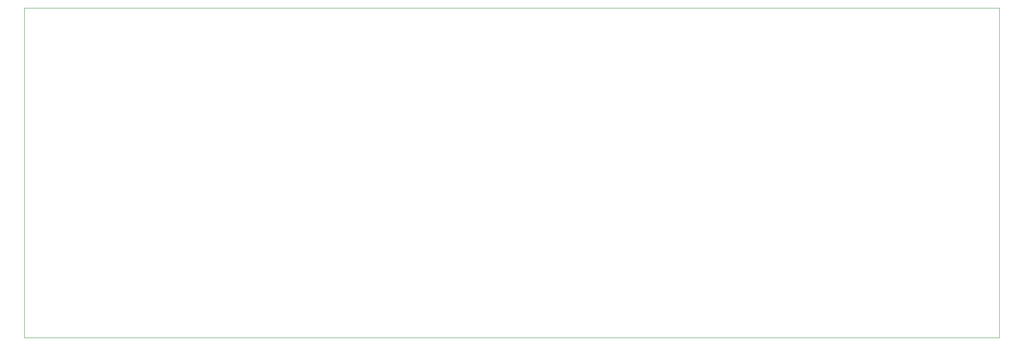
<source format=gbr>
G04 #@! TF.GenerationSoftware,KiCad,Pcbnew,(5.1.5)-3*
G04 #@! TF.CreationDate,2021-11-18T11:10:02+01:00*
G04 #@! TF.ProjectId,VideoRAM,56696465-6f52-4414-9d2e-6b696361645f,rev?*
G04 #@! TF.SameCoordinates,Original*
G04 #@! TF.FileFunction,Profile,NP*
%FSLAX46Y46*%
G04 Gerber Fmt 4.6, Leading zero omitted, Abs format (unit mm)*
G04 Created by KiCad (PCBNEW (5.1.5)-3) date 2021-11-18 11:10:02*
%MOMM*%
%LPD*%
G04 APERTURE LIST*
%ADD10C,0.050000*%
G04 APERTURE END LIST*
D10*
X234632500Y-116205000D02*
X37782500Y-116205000D01*
X37782500Y-49530000D02*
X37782500Y-116205000D01*
X234632500Y-49530000D02*
X234632500Y-116205000D01*
X234632500Y-49530000D02*
X37782500Y-49530000D01*
M02*

</source>
